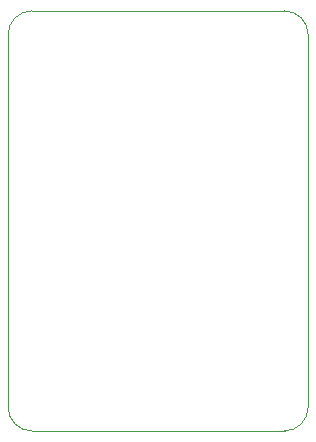
<source format=gbr>
%TF.GenerationSoftware,KiCad,Pcbnew,7.0.8*%
%TF.CreationDate,2023-11-04T19:06:47-07:00*%
%TF.ProjectId,Mini_Comp_Switch,4d696e69-5f43-46f6-9d70-5f5377697463,rev?*%
%TF.SameCoordinates,Original*%
%TF.FileFunction,Profile,NP*%
%FSLAX46Y46*%
G04 Gerber Fmt 4.6, Leading zero omitted, Abs format (unit mm)*
G04 Created by KiCad (PCBNEW 7.0.8) date 2023-11-04 19:06:47*
%MOMM*%
%LPD*%
G01*
G04 APERTURE LIST*
%TA.AperFunction,Profile*%
%ADD10C,0.100000*%
%TD*%
G04 APERTURE END LIST*
D10*
X168180000Y-76200000D02*
X146780000Y-76200000D01*
X146780000Y-40640000D02*
X168180000Y-40640000D01*
X146780000Y-40640000D02*
G75*
G03*
X144780000Y-42640000I0J-2000000D01*
G01*
X168180000Y-76200000D02*
G75*
G03*
X170180000Y-74200000I0J2000000D01*
G01*
X144780000Y-74200000D02*
G75*
G03*
X146780000Y-76200000I2000000J0D01*
G01*
X170180000Y-42640000D02*
X170180000Y-74200000D01*
X170180000Y-42640000D02*
G75*
G03*
X168180000Y-40640000I-2000000J0D01*
G01*
X144780000Y-74200000D02*
X144780000Y-42640000D01*
M02*

</source>
